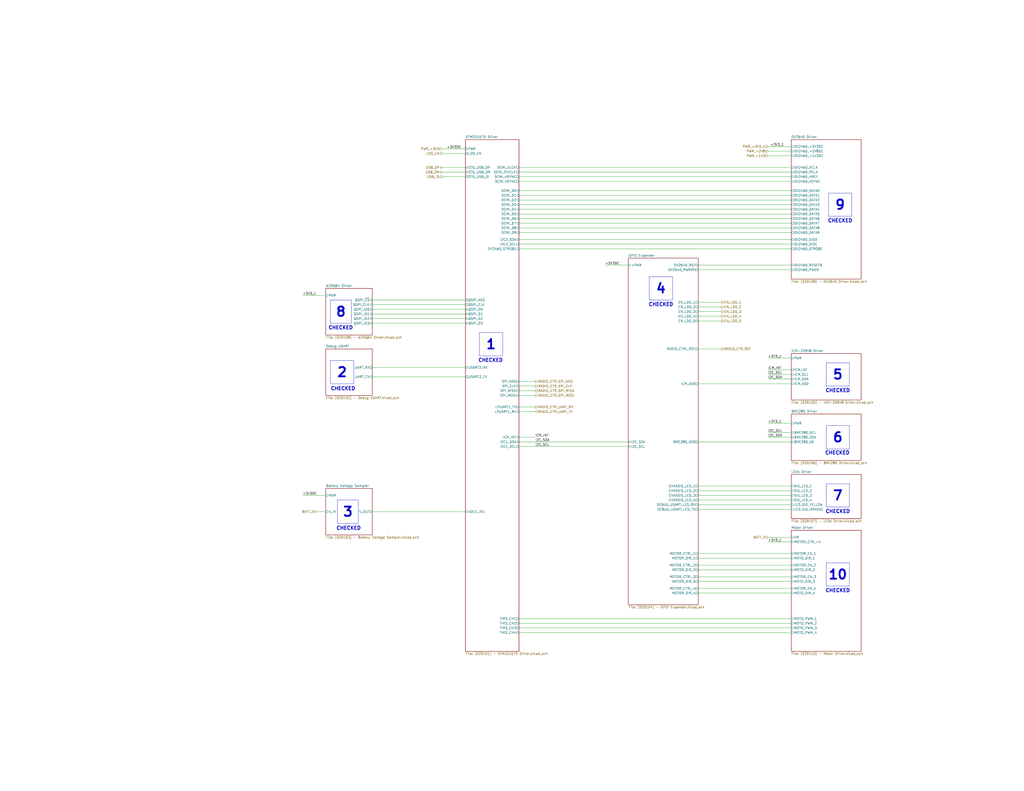
<source format=kicad_sch>
(kicad_sch
	(version 20231120)
	(generator "eeschema")
	(generator_version "8.0")
	(uuid "a042b1f2-44b3-43ca-b526-8268af8e5954")
	(paper "C")
	(title_block
		(title "_HW_Quadcopter")
		(date "2024-03-27")
		(rev "01")
		(company "Mend0z0")
		(comment 1 "01")
		(comment 2 "RELEASED")
		(comment 3 "Siavash Taher Parvar")
		(comment 8 "N/A")
		(comment 9 "First Version")
	)
	(lib_symbols)
	(wire
		(pts
			(xy 381 170.18) (xy 393.7 170.18)
		)
		(stroke
			(width 0)
			(type default)
		)
		(uuid "0391d7b7-e8a2-4b6a-b879-d9ca4650c2db")
	)
	(wire
		(pts
			(xy 381 147.32) (xy 431.8 147.32)
		)
		(stroke
			(width 0)
			(type default)
		)
		(uuid "05df4c11-6933-48d8-92f2-1b872fa95e31")
	)
	(wire
		(pts
			(xy 283.21 133.35) (xy 431.8 133.35)
		)
		(stroke
			(width 0)
			(type default)
		)
		(uuid "0c7fcc01-84a1-4ef5-ad66-fcba27b0f3d0")
	)
	(wire
		(pts
			(xy 283.21 238.76) (xy 292.1 238.76)
		)
		(stroke
			(width 0)
			(type default)
		)
		(uuid "0ccf834d-1fd6-4748-a521-be4652660508")
	)
	(wire
		(pts
			(xy 241.3 91.44) (xy 254 91.44)
		)
		(stroke
			(width 0)
			(type default)
		)
		(uuid "0e572927-bed1-40b7-b0e0-b063f3cc93e7")
	)
	(wire
		(pts
			(xy 419.1 201.93) (xy 431.8 201.93)
		)
		(stroke
			(width 0)
			(type default)
		)
		(uuid "159a2b00-d996-4859-8522-4e6cf7bbc7ea")
	)
	(wire
		(pts
			(xy 283.21 210.82) (xy 292.1 210.82)
		)
		(stroke
			(width 0)
			(type default)
		)
		(uuid "1cb6ecd1-4e46-4269-b14d-fed15ab34912")
	)
	(wire
		(pts
			(xy 283.21 104.14) (xy 431.8 104.14)
		)
		(stroke
			(width 0)
			(type default)
		)
		(uuid "2282fb93-f09f-44e8-a445-98f2f965c8af")
	)
	(wire
		(pts
			(xy 241.3 93.98) (xy 254 93.98)
		)
		(stroke
			(width 0)
			(type default)
		)
		(uuid "233d9d78-bde9-483a-92fe-db5c50350067")
	)
	(wire
		(pts
			(xy 283.21 116.84) (xy 431.8 116.84)
		)
		(stroke
			(width 0)
			(type default)
		)
		(uuid "24abf305-6e26-44de-b441-59766ba672cd")
	)
	(wire
		(pts
			(xy 283.21 215.9) (xy 292.1 215.9)
		)
		(stroke
			(width 0)
			(type default)
		)
		(uuid "2609ba8a-3bfc-4b31-a0a2-a80a4a39774c")
	)
	(wire
		(pts
			(xy 419.1 207.01) (xy 431.8 207.01)
		)
		(stroke
			(width 0)
			(type default)
		)
		(uuid "2862980a-1a46-4694-ab6b-714d61052e21")
	)
	(wire
		(pts
			(xy 330.2 144.78) (xy 342.9 144.78)
		)
		(stroke
			(width 0)
			(type default)
		)
		(uuid "2d4bbef0-aa9c-4261-90ff-c292081328ce")
	)
	(wire
		(pts
			(xy 283.21 91.44) (xy 431.8 91.44)
		)
		(stroke
			(width 0)
			(type default)
		)
		(uuid "2dd7152d-1b98-4a38-abbe-3681c17cb926")
	)
	(wire
		(pts
			(xy 381 273.05) (xy 431.8 273.05)
		)
		(stroke
			(width 0)
			(type default)
		)
		(uuid "31b909e9-8fcd-4399-a9e9-74e1cd84fb49")
	)
	(wire
		(pts
			(xy 283.21 114.3) (xy 431.8 114.3)
		)
		(stroke
			(width 0)
			(type default)
		)
		(uuid "32190952-91d1-4d15-8acf-024915c900ae")
	)
	(wire
		(pts
			(xy 283.21 111.76) (xy 431.8 111.76)
		)
		(stroke
			(width 0)
			(type default)
		)
		(uuid "32a937ae-9ee5-4455-a79b-4d4d2afbe057")
	)
	(wire
		(pts
			(xy 381 144.78) (xy 431.8 144.78)
		)
		(stroke
			(width 0)
			(type default)
		)
		(uuid "340b4515-c7ec-489b-9ab1-e6489140d978")
	)
	(wire
		(pts
			(xy 381 317.5) (xy 431.8 317.5)
		)
		(stroke
			(width 0)
			(type default)
		)
		(uuid "37846498-8934-4a84-8e43-721a85738de0")
	)
	(wire
		(pts
			(xy 381 167.64) (xy 393.7 167.64)
		)
		(stroke
			(width 0)
			(type default)
		)
		(uuid "37ee3c56-2497-4938-a195-a5fc6004d711")
	)
	(wire
		(pts
			(xy 283.21 109.22) (xy 431.8 109.22)
		)
		(stroke
			(width 0)
			(type default)
		)
		(uuid "3b636fb1-03da-473b-8e2c-d7bf8975ee0d")
	)
	(wire
		(pts
			(xy 203.2 173.99) (xy 254 173.99)
		)
		(stroke
			(width 0)
			(type default)
		)
		(uuid "3dd1c527-f9f2-46f8-b83c-cbf0bea48f79")
	)
	(wire
		(pts
			(xy 419.1 85.09) (xy 431.8 85.09)
		)
		(stroke
			(width 0)
			(type default)
		)
		(uuid "3fd4d969-406e-4347-be99-c8e1677f7c37")
	)
	(wire
		(pts
			(xy 172.72 279.4) (xy 177.8 279.4)
		)
		(stroke
			(width 0)
			(type default)
		)
		(uuid "42f00946-72af-4542-9e6f-958943e2528c")
	)
	(wire
		(pts
			(xy 419.1 82.55) (xy 431.8 82.55)
		)
		(stroke
			(width 0)
			(type default)
		)
		(uuid "45b8a1d4-fb94-45f8-aa4e-8e427b5c8603")
	)
	(wire
		(pts
			(xy 381 190.5) (xy 393.7 190.5)
		)
		(stroke
			(width 0)
			(type default)
		)
		(uuid "45b9d3b3-718e-46d9-a9fa-c192b3022df1")
	)
	(wire
		(pts
			(xy 381 172.72) (xy 393.7 172.72)
		)
		(stroke
			(width 0)
			(type default)
		)
		(uuid "45cf62ef-cff3-4ca5-9e9f-f91c75cdded1")
	)
	(wire
		(pts
			(xy 283.21 208.28) (xy 292.1 208.28)
		)
		(stroke
			(width 0)
			(type default)
		)
		(uuid "46901004-fec1-4632-b5af-d0e3ecbfe7c7")
	)
	(wire
		(pts
			(xy 381 278.13) (xy 431.8 278.13)
		)
		(stroke
			(width 0)
			(type default)
		)
		(uuid "521156e7-2aef-43a8-850a-4fe82e2c1941")
	)
	(wire
		(pts
			(xy 419.1 238.76) (xy 431.8 238.76)
		)
		(stroke
			(width 0)
			(type default)
		)
		(uuid "58210d8e-e36d-401b-b5dd-087b5b530e42")
	)
	(wire
		(pts
			(xy 419.1 195.58) (xy 431.8 195.58)
		)
		(stroke
			(width 0)
			(type default)
		)
		(uuid "594ef1bf-5f56-4f2c-90a3-c9caa23db1e7")
	)
	(wire
		(pts
			(xy 381 241.3) (xy 431.8 241.3)
		)
		(stroke
			(width 0)
			(type default)
		)
		(uuid "5b574416-65cd-4715-9a8c-355035b5b15a")
	)
	(wire
		(pts
			(xy 283.21 342.9) (xy 431.8 342.9)
		)
		(stroke
			(width 0)
			(type default)
		)
		(uuid "5c42f8d9-891c-400f-b59b-a9ce19ced130")
	)
	(wire
		(pts
			(xy 241.3 96.52) (xy 254 96.52)
		)
		(stroke
			(width 0)
			(type default)
		)
		(uuid "5cf78186-b1b3-4bf8-ab13-eecbfa4ea511")
	)
	(wire
		(pts
			(xy 283.21 121.92) (xy 431.8 121.92)
		)
		(stroke
			(width 0)
			(type default)
		)
		(uuid "622aebca-2582-4b3c-9b57-6b3ac6559582")
	)
	(wire
		(pts
			(xy 419.1 204.47) (xy 431.8 204.47)
		)
		(stroke
			(width 0)
			(type default)
		)
		(uuid "625d46ba-1608-482f-bf44-decf3e372c42")
	)
	(wire
		(pts
			(xy 241.3 83.82) (xy 254 83.82)
		)
		(stroke
			(width 0)
			(type default)
		)
		(uuid "66c4ab7d-7490-4f08-be34-a371cae7a08c")
	)
	(wire
		(pts
			(xy 419.1 231.14) (xy 431.8 231.14)
		)
		(stroke
			(width 0)
			(type default)
		)
		(uuid "71c8e92b-72d3-44d5-b9ec-4dd372b3d2a5")
	)
	(wire
		(pts
			(xy 283.21 106.68) (xy 431.8 106.68)
		)
		(stroke
			(width 0)
			(type default)
		)
		(uuid "721192de-1d0e-43aa-bdff-43a678506e57")
	)
	(wire
		(pts
			(xy 283.21 96.52) (xy 431.8 96.52)
		)
		(stroke
			(width 0)
			(type default)
		)
		(uuid "7304feac-91a8-4c18-8d8b-6f669f0adb8d")
	)
	(wire
		(pts
			(xy 283.21 119.38) (xy 431.8 119.38)
		)
		(stroke
			(width 0)
			(type default)
		)
		(uuid "83bcb88f-df24-447c-8f28-a4ac9a421b3a")
	)
	(wire
		(pts
			(xy 381 265.43) (xy 431.8 265.43)
		)
		(stroke
			(width 0)
			(type default)
		)
		(uuid "87625a0d-86ec-4bef-9a20-41a460c72353")
	)
	(wire
		(pts
			(xy 381 270.51) (xy 431.8 270.51)
		)
		(stroke
			(width 0)
			(type default)
		)
		(uuid "8caecbf1-7238-4bf0-bf2d-35ab1f318dcd")
	)
	(wire
		(pts
			(xy 381 165.1) (xy 393.7 165.1)
		)
		(stroke
			(width 0)
			(type default)
		)
		(uuid "8df277c7-4b07-4155-bb5a-26d8faed3781")
	)
	(wire
		(pts
			(xy 381 323.85) (xy 431.8 323.85)
		)
		(stroke
			(width 0)
			(type default)
		)
		(uuid "93d664c8-4d26-47d3-a39d-00450521cd33")
	)
	(wire
		(pts
			(xy 165.1 270.51) (xy 177.8 270.51)
		)
		(stroke
			(width 0)
			(type default)
		)
		(uuid "9844b852-54d8-4239-a24d-9deeafb3eb69")
	)
	(wire
		(pts
			(xy 165.1 161.29) (xy 177.8 161.29)
		)
		(stroke
			(width 0)
			(type default)
		)
		(uuid "adb3c7ac-cc31-4fc8-87e5-328694354c05")
	)
	(wire
		(pts
			(xy 283.21 243.84) (xy 342.9 243.84)
		)
		(stroke
			(width 0)
			(type default)
		)
		(uuid "b13c8562-40b6-43ac-8aad-dfe7fde091ef")
	)
	(wire
		(pts
			(xy 203.2 200.66) (xy 254 200.66)
		)
		(stroke
			(width 0)
			(type default)
		)
		(uuid "b227c2f7-4f44-4809-94f4-197ba19a6390")
	)
	(wire
		(pts
			(xy 283.21 99.06) (xy 431.8 99.06)
		)
		(stroke
			(width 0)
			(type default)
		)
		(uuid "b758d2fe-ee8b-4ee3-94ea-763d476644d1")
	)
	(wire
		(pts
			(xy 381 302.26) (xy 431.8 302.26)
		)
		(stroke
			(width 0)
			(type default)
		)
		(uuid "b7891eb6-afbb-41d7-9c91-4daf304796a2")
	)
	(wire
		(pts
			(xy 381 267.97) (xy 431.8 267.97)
		)
		(stroke
			(width 0)
			(type default)
		)
		(uuid "b98f84f4-f9b0-4861-853d-86b8c4010dfd")
	)
	(wire
		(pts
			(xy 283.21 130.81) (xy 431.8 130.81)
		)
		(stroke
			(width 0)
			(type default)
		)
		(uuid "b9fb289a-5d57-48d4-8e2a-c2633e63f4d9")
	)
	(wire
		(pts
			(xy 283.21 224.79) (xy 292.1 224.79)
		)
		(stroke
			(width 0)
			(type default)
		)
		(uuid "bd98014b-e3f4-4084-b826-a8c160869f33")
	)
	(wire
		(pts
			(xy 283.21 337.82) (xy 431.8 337.82)
		)
		(stroke
			(width 0)
			(type default)
		)
		(uuid "bf0246d9-e150-43e7-b6ce-fce5dc7f48c6")
	)
	(wire
		(pts
			(xy 381 209.55) (xy 431.8 209.55)
		)
		(stroke
			(width 0)
			(type default)
		)
		(uuid "bfdd9c66-a41c-4c7f-83fa-3051ef14373d")
	)
	(wire
		(pts
			(xy 203.2 168.91) (xy 254 168.91)
		)
		(stroke
			(width 0)
			(type default)
		)
		(uuid "c363ad69-254a-4b50-ac67-a0f36ea07196")
	)
	(wire
		(pts
			(xy 381 321.31) (xy 431.8 321.31)
		)
		(stroke
			(width 0)
			(type default)
		)
		(uuid "c41e8e3a-404f-475d-ac16-e62e138d4f72")
	)
	(wire
		(pts
			(xy 203.2 205.74) (xy 254 205.74)
		)
		(stroke
			(width 0)
			(type default)
		)
		(uuid "c7ec565f-a042-4043-b903-b20dea69c513")
	)
	(wire
		(pts
			(xy 381 311.15) (xy 431.8 311.15)
		)
		(stroke
			(width 0)
			(type default)
		)
		(uuid "c8913952-ca13-407a-a8a7-6f91b5eba69d")
	)
	(wire
		(pts
			(xy 283.21 345.44) (xy 431.8 345.44)
		)
		(stroke
			(width 0)
			(type default)
		)
		(uuid "c8ebb576-d576-444b-bbfd-30eafb28fa67")
	)
	(wire
		(pts
			(xy 203.2 166.37) (xy 254 166.37)
		)
		(stroke
			(width 0)
			(type default)
		)
		(uuid "c9901e23-4189-478f-9695-5eafe417f28a")
	)
	(wire
		(pts
			(xy 203.2 163.83) (xy 254 163.83)
		)
		(stroke
			(width 0)
			(type default)
		)
		(uuid "ce0685da-6d15-4485-8f24-8511e13cfc31")
	)
	(wire
		(pts
			(xy 283.21 93.98) (xy 431.8 93.98)
		)
		(stroke
			(width 0)
			(type default)
		)
		(uuid "cf0e0746-75d0-4e9e-9dc7-0243ceffd078")
	)
	(wire
		(pts
			(xy 381 304.8) (xy 431.8 304.8)
		)
		(stroke
			(width 0)
			(type default)
		)
		(uuid "d1d77aaf-5986-4d6d-95b4-ae49717ba11e")
	)
	(wire
		(pts
			(xy 283.21 241.3) (xy 342.9 241.3)
		)
		(stroke
			(width 0)
			(type default)
		)
		(uuid "d3da8ef2-4cdf-4f4f-8e98-246da4161668")
	)
	(wire
		(pts
			(xy 381 308.61) (xy 431.8 308.61)
		)
		(stroke
			(width 0)
			(type default)
		)
		(uuid "d8fbb580-f648-44ea-bfb8-bf035be0ee9a")
	)
	(wire
		(pts
			(xy 381 314.96) (xy 431.8 314.96)
		)
		(stroke
			(width 0)
			(type default)
		)
		(uuid "dde45e16-8fd7-4b61-876c-81cbadac0ea7")
	)
	(wire
		(pts
			(xy 381 175.26) (xy 393.7 175.26)
		)
		(stroke
			(width 0)
			(type default)
		)
		(uuid "e04efef8-6410-4be3-8e3a-88ee005147c0")
	)
	(wire
		(pts
			(xy 283.21 213.36) (xy 292.1 213.36)
		)
		(stroke
			(width 0)
			(type default)
		)
		(uuid "e0c78acb-14d5-4bcb-9cc1-6331559061f8")
	)
	(wire
		(pts
			(xy 419.1 293.37) (xy 431.8 293.37)
		)
		(stroke
			(width 0)
			(type default)
		)
		(uuid "e22bfc92-5579-4e86-a9de-f4f0149b40c1")
	)
	(wire
		(pts
			(xy 283.21 124.46) (xy 431.8 124.46)
		)
		(stroke
			(width 0)
			(type default)
		)
		(uuid "e5cf0b73-29a1-47e8-b048-d84aa433534a")
	)
	(wire
		(pts
			(xy 419.1 295.91) (xy 431.8 295.91)
		)
		(stroke
			(width 0)
			(type default)
		)
		(uuid "e6c366a2-6276-4f16-8d3d-44a62762f917")
	)
	(wire
		(pts
			(xy 203.2 279.4) (xy 254 279.4)
		)
		(stroke
			(width 0)
			(type default)
		)
		(uuid "e7322cb1-cdc9-4f0a-bdb0-643cda641c77")
	)
	(wire
		(pts
			(xy 419.1 236.22) (xy 431.8 236.22)
		)
		(stroke
			(width 0)
			(type default)
		)
		(uuid "eb487746-dad9-4168-922e-81215d086b73")
	)
	(wire
		(pts
			(xy 419.1 80.01) (xy 431.8 80.01)
		)
		(stroke
			(width 0)
			(type default)
		)
		(uuid "ed3a4a0d-7337-401e-9b1d-3b68602d51cd")
	)
	(wire
		(pts
			(xy 283.21 340.36) (xy 431.8 340.36)
		)
		(stroke
			(width 0)
			(type default)
		)
		(uuid "f32ee8b5-705d-42d1-b33a-46395e5d342c")
	)
	(wire
		(pts
			(xy 203.2 171.45) (xy 254 171.45)
		)
		(stroke
			(width 0)
			(type default)
		)
		(uuid "f413a649-fe02-4cb7-9d7a-64cbd1f16920")
	)
	(wire
		(pts
			(xy 203.2 176.53) (xy 254 176.53)
		)
		(stroke
			(width 0)
			(type default)
		)
		(uuid "f62b743a-1198-4d9d-acd5-23596a0a0e6e")
	)
	(wire
		(pts
			(xy 381 275.59) (xy 431.8 275.59)
		)
		(stroke
			(width 0)
			(type default)
		)
		(uuid "f7a76bea-084f-4d7e-a82d-9a8fb19f3e1c")
	)
	(wire
		(pts
			(xy 241.3 81.28) (xy 254 81.28)
		)
		(stroke
			(width 0)
			(type default)
		)
		(uuid "f85398a6-f500-4b5b-a9e4-75729117ce9b")
	)
	(wire
		(pts
			(xy 283.21 127) (xy 431.8 127)
		)
		(stroke
			(width 0)
			(type default)
		)
		(uuid "f8adfee1-b96e-4905-b8ed-a8de9669bcbf")
	)
	(wire
		(pts
			(xy 283.21 222.25) (xy 292.1 222.25)
		)
		(stroke
			(width 0)
			(type default)
		)
		(uuid "f9db8baa-8fae-48cc-b29d-fb6233d7a880")
	)
	(wire
		(pts
			(xy 283.21 135.89) (xy 431.8 135.89)
		)
		(stroke
			(width 0)
			(type default)
		)
		(uuid "fbe791cd-c5ef-4287-bfa6-46fc4bd52231")
	)
	(text_box "2"
		(exclude_from_sim no)
		(at 180.34 196.85 0)
		(size 12.7 12.7)
		(stroke
			(width 0)
			(type default)
		)
		(fill
			(type none)
		)
		(effects
			(font
				(size 5.08 5.08)
				(thickness 1.016)
				(bold yes)
			)
		)
		(uuid "22c11d91-2b9d-4a9b-8683-eb2b18cbc842")
	)
	(text_box "5"
		(exclude_from_sim no)
		(at 450.85 198.12 0)
		(size 12.7 12.7)
		(stroke
			(width 0)
			(type default)
		)
		(fill
			(type none)
		)
		(effects
			(font
				(size 5.08 5.08)
				(thickness 1.016)
				(bold yes)
			)
		)
		(uuid "8b12ae0a-a472-4912-94f6-203be66d2329")
	)
	(text_box "10"
		(exclude_from_sim no)
		(at 450.85 307.34 0)
		(size 12.7 12.7)
		(stroke
			(width 0)
			(type default)
		)
		(fill
			(type none)
		)
		(effects
			(font
				(size 5.08 5.08)
				(thickness 1.016)
				(bold yes)
			)
		)
		(uuid "9efde092-497a-448c-9cf4-d18f9dd011c3")
	)
	(text_box "9"
		(exclude_from_sim no)
		(at 452.12 105.41 0)
		(size 12.7 12.7)
		(stroke
			(width 0)
			(type default)
		)
		(fill
			(type none)
		)
		(effects
			(font
				(size 5.08 5.08)
				(thickness 1.016)
				(bold yes)
			)
		)
		(uuid "a65f60c8-dbcd-45b5-8767-8cf8288db5cd")
	)
	(text_box "1"
		(exclude_from_sim no)
		(at 261.62 181.61 0)
		(size 12.7 12.7)
		(stroke
			(width 0)
			(type default)
		)
		(fill
			(type none)
		)
		(effects
			(font
				(size 5.08 5.08)
				(thickness 1.016)
				(bold yes)
			)
		)
		(uuid "b7952802-61d4-4aca-8726-7c165ca78347")
	)
	(text_box "4"
		(exclude_from_sim no)
		(at 354.33 151.13 0)
		(size 12.7 12.7)
		(stroke
			(width 0)
			(type default)
		)
		(fill
			(type none)
		)
		(effects
			(font
				(size 5.08 5.08)
				(thickness 1.016)
				(bold yes)
			)
		)
		(uuid "cdb07b9e-d28d-4315-bf5c-521c8fd173e4")
	)
	(text_box "6"
		(exclude_from_sim no)
		(at 450.85 232.41 0)
		(size 12.7 12.7)
		(stroke
			(width 0)
			(type default)
		)
		(fill
			(type none)
		)
		(effects
			(font
				(size 5.08 5.08)
				(thickness 1.016)
				(bold yes)
			)
		)
		(uuid "d5aa30ec-e528-4c75-a673-b04b683813e8")
	)
	(text_box "8"
		(exclude_from_sim no)
		(at 180.34 163.83 0)
		(size 11.43 12.7)
		(stroke
			(width 0)
			(type default)
		)
		(fill
			(type none)
		)
		(effects
			(font
				(size 5.08 5.08)
				(thickness 1.016)
				(bold yes)
			)
		)
		(uuid "df59353d-8e78-4438-ae5b-c68a2bbeca18")
	)
	(text_box "3"
		(exclude_from_sim no)
		(at 184.15 273.05 0)
		(size 11.43 12.7)
		(stroke
			(width 0)
			(type default)
		)
		(fill
			(type none)
		)
		(effects
			(font
				(size 5.08 5.08)
				(thickness 1.016)
				(bold yes)
			)
		)
		(uuid "e94d2b75-8c7b-4ab1-b9db-1c21d4f65b8b")
	)
	(text_box "7"
		(exclude_from_sim no)
		(at 450.85 264.16 0)
		(size 12.7 12.7)
		(stroke
			(width 0)
			(type default)
		)
		(fill
			(type none)
		)
		(effects
			(font
				(size 5.08 5.08)
				(thickness 1.016)
				(bold yes)
			)
		)
		(uuid "e98305f1-f4f0-44a3-9032-5493d5484f2e")
	)
	(text "CHECKED"
		(exclude_from_sim no)
		(at 185.928 179.07 0)
		(effects
			(font
				(size 1.905 1.905)
				(thickness 0.381)
				(bold yes)
			)
		)
		(uuid "34bd50a4-385f-408c-b94a-e6878a9c868c")
	)
	(text "CHECKED"
		(exclude_from_sim no)
		(at 190.246 288.544 0)
		(effects
			(font
				(size 1.905 1.905)
				(thickness 0.381)
				(bold yes)
			)
		)
		(uuid "3663af88-8e20-4f1c-86f0-a49b06d68e96")
	)
	(text "CHECKED"
		(exclude_from_sim no)
		(at 187.198 212.344 0)
		(effects
			(font
				(size 1.905 1.905)
				(thickness 0.381)
				(bold yes)
			)
		)
		(uuid "423e5760-1f2b-4274-ae12-fc211821a399")
	)
	(text "CHECKED"
		(exclude_from_sim no)
		(at 457.2 213.36 0)
		(effects
			(font
				(size 1.905 1.905)
				(thickness 0.381)
				(bold yes)
			)
		)
		(uuid "645a13e3-6ac4-455e-a531-9113863e0217")
	)
	(text "CHECKED"
		(exclude_from_sim no)
		(at 360.68 166.37 0)
		(effects
			(font
				(size 1.905 1.905)
				(thickness 0.381)
				(bold yes)
			)
		)
		(uuid "6db65b0d-d5a5-4c1a-a7bc-e40269025d2f")
	)
	(text "CHECKED"
		(exclude_from_sim no)
		(at 457.2 322.58 0)
		(effects
			(font
				(size 1.905 1.905)
				(thickness 0.381)
				(bold yes)
			)
		)
		(uuid "8607373c-54bc-4e96-b541-a879bedf499a")
	)
	(text "CHECKED"
		(exclude_from_sim no)
		(at 456.946 247.396 0)
		(effects
			(font
				(size 1.905 1.905)
				(thickness 0.381)
				(bold yes)
			)
		)
		(uuid "ac3ebd65-c0f8-41a7-bee0-b3c6c528cf21")
	)
	(text "CHECKED"
		(exclude_from_sim no)
		(at 267.716 196.85 0)
		(effects
			(font
				(size 1.905 1.905)
				(thickness 0.381)
				(bold yes)
			)
		)
		(uuid "c8b0b520-d547-4cad-ba79-c02e4ba4d17c")
	)
	(text "CHECKED"
		(exclude_from_sim no)
		(at 458.47 120.65 0)
		(effects
			(font
				(size 1.905 1.905)
				(thickness 0.381)
				(bold yes)
			)
		)
		(uuid "e566a11e-2476-4515-93ee-a6b9bde74169")
	)
	(text "CHECKED"
		(exclude_from_sim no)
		(at 457.2 279.4 0)
		(effects
			(font
				(size 1.905 1.905)
				(thickness 0.381)
				(bold yes)
			)
		)
		(uuid "e92ad84b-89bf-4d95-9d9a-62b659dd511f")
	)
	(label "+3V3_1"
		(at 419.1 195.58 0)
		(fields_autoplaced yes)
		(effects
			(font
				(size 1.27 1.27)
			)
			(justify left bottom)
		)
		(uuid "07fe95e9-e3ec-49b3-86f8-db4b3f7afb8c")
	)
	(label "+3V3_1"
		(at 419.1 231.14 0)
		(fields_autoplaced yes)
		(effects
			(font
				(size 1.27 1.27)
			)
			(justify left bottom)
		)
		(uuid "1c807f11-7a46-4796-86b6-4f82848fb6c3")
	)
	(label "I2C_SCL"
		(at 292.1 243.84 0)
		(fields_autoplaced yes)
		(effects
			(font
				(size 1.27 1.27)
			)
			(justify left bottom)
		)
		(uuid "2cc913e4-e2a7-4051-9958-e70f64eee91c")
	)
	(label "ICM_INT"
		(at 419.1 201.93 0)
		(fields_autoplaced yes)
		(effects
			(font
				(size 1.27 1.27)
			)
			(justify left bottom)
		)
		(uuid "2ff741e9-0002-4a7a-8640-993ea77141e3")
	)
	(label "+3V3DC"
		(at 330.2 144.78 0)
		(fields_autoplaced yes)
		(effects
			(font
				(size 1.27 1.27)
			)
			(justify left bottom)
		)
		(uuid "415de365-3faa-4d89-ab83-74a9fc3c5445")
	)
	(label "I2C_SCL"
		(at 419.1 236.22 0)
		(fields_autoplaced yes)
		(effects
			(font
				(size 1.27 1.27)
			)
			(justify left bottom)
		)
		(uuid "440334b1-d90e-4cca-8019-abb3f30fa573")
	)
	(label "+3V3_1"
		(at 165.1 161.29 0)
		(fields_autoplaced yes)
		(effects
			(font
				(size 1.27 1.27)
			)
			(justify left bottom)
		)
		(uuid "74809ea0-bf4a-4bbc-a6eb-fe02aa63ef0c")
	)
	(label "I2C_SDA"
		(at 292.1 241.3 0)
		(fields_autoplaced yes)
		(effects
			(font
				(size 1.27 1.27)
			)
			(justify left bottom)
		)
		(uuid "8593bb7a-d674-4baf-a9ac-6b03ec210c50")
	)
	(label "I2C_SDA"
		(at 419.1 207.01 0)
		(fields_autoplaced yes)
		(effects
			(font
				(size 1.27 1.27)
			)
			(justify left bottom)
		)
		(uuid "992c3745-cfe3-4b61-a6e2-737b9290d6a7")
	)
	(label "+3V3DC"
		(at 165.1 270.51 0)
		(fields_autoplaced yes)
		(effects
			(font
				(size 1.27 1.27)
			)
			(justify left bottom)
		)
		(uuid "a7dc5e34-dbe5-4167-b9ed-5061dd2b1b32")
	)
	(label "+3V3_1"
		(at 419.1 295.91 0)
		(fields_autoplaced yes)
		(effects
			(font
				(size 1.27 1.27)
			)
			(justify left bottom)
		)
		(uuid "ab6b55f0-facf-4eba-9031-305a5aa3d7a5")
	)
	(label "+3V3DC"
		(at 243.84 81.28 0)
		(fields_autoplaced yes)
		(effects
			(font
				(size 1.27 1.27)
			)
			(justify left bottom)
		)
		(uuid "b0c88b89-a816-4a05-9b5b-a25deb6fba76")
	)
	(label "I2C_SCL"
		(at 419.1 204.47 0)
		(fields_autoplaced yes)
		(effects
			(font
				(size 1.27 1.27)
			)
			(justify left bottom)
		)
		(uuid "d281659d-cf65-4184-9e3b-d8b79ff1f644")
	)
	(label "ICM_INT"
		(at 292.1 238.76 0)
		(fields_autoplaced yes)
		(effects
			(font
				(size 1.27 1.27)
			)
			(justify left bottom)
		)
		(uuid "dd5e62cc-dacc-4475-8b72-662a88365760")
	)
	(label "I2C_SDA"
		(at 419.1 238.76 0)
		(fields_autoplaced yes)
		(effects
			(font
				(size 1.27 1.27)
			)
			(justify left bottom)
		)
		(uuid "f1c20b89-f22e-4e4b-8c53-71dbc1a6634d")
	)
	(label "+3V3_1"
		(at 420.37 80.01 0)
		(fields_autoplaced yes)
		(effects
			(font
				(size 1.27 1.27)
			)
			(justify left bottom)
		)
		(uuid "facc34e7-25db-4656-8e62-975c056a8e53")
	)
	(hierarchical_label "RADIO_CTR_SPI_NSS"
		(shape output)
		(at 292.1 208.28 0)
		(fields_autoplaced yes)
		(effects
			(font
				(size 1.27 1.27)
			)
			(justify left)
		)
		(uuid "01233956-6c46-426d-b68e-23459816a05b")
	)
	(hierarchical_label "RADIO_CTR_SPI_MISO"
		(shape input)
		(at 292.1 213.36 0)
		(fields_autoplaced yes)
		(effects
			(font
				(size 1.27 1.27)
			)
			(justify left)
		)
		(uuid "042aabe4-2b99-4f3e-9428-cbb30bbcf92f")
	)
	(hierarchical_label "USB_DP"
		(shape bidirectional)
		(at 241.3 91.44 180)
		(fields_autoplaced yes)
		(effects
			(font
				(size 1.27 1.27)
			)
			(justify right)
		)
		(uuid "10ecdbda-5d1c-4e93-b3a3-cbc2733d7104")
	)
	(hierarchical_label "RADIO_CTR_SPI_MOSI"
		(shape output)
		(at 292.1 215.9 0)
		(fields_autoplaced yes)
		(effects
			(font
				(size 1.27 1.27)
			)
			(justify left)
		)
		(uuid "1d9d5ad2-d2a4-4283-b872-f26898302b77")
	)
	(hierarchical_label "PWR_+3V3"
		(shape input)
		(at 241.3 81.28 180)
		(fields_autoplaced yes)
		(effects
			(font
				(size 1.27 1.27)
			)
			(justify right)
		)
		(uuid "2eb75a7b-c074-4a63-8240-4b2216fd29fb")
	)
	(hierarchical_label "USB_DM"
		(shape bidirectional)
		(at 241.3 93.98 180)
		(fields_autoplaced yes)
		(effects
			(font
				(size 1.27 1.27)
			)
			(justify right)
		)
		(uuid "352e634d-a718-418e-a2c2-d7b4c31906de")
	)
	(hierarchical_label "EN_LDO_5"
		(shape output)
		(at 393.7 175.26 0)
		(fields_autoplaced yes)
		(effects
			(font
				(size 1.27 1.27)
			)
			(justify left)
		)
		(uuid "3881d3b7-d592-46f1-8fe2-959d4565bf5f")
	)
	(hierarchical_label "RADIO_CTR_UART_TX"
		(shape input)
		(at 292.1 224.79 0)
		(fields_autoplaced yes)
		(effects
			(font
				(size 1.27 1.27)
			)
			(justify left)
		)
		(uuid "3fe4366c-401d-4652-a233-cdadad2376e9")
	)
	(hierarchical_label "BATT_V"
		(shape input)
		(at 419.1 293.37 180)
		(fields_autoplaced yes)
		(effects
			(font
				(size 1.27 1.27)
			)
			(justify right)
		)
		(uuid "46f21570-6acf-41d5-aae7-6994a13109b0")
	)
	(hierarchical_label "USB_ID"
		(shape output)
		(at 241.3 96.52 180)
		(fields_autoplaced yes)
		(effects
			(font
				(size 1.27 1.27)
			)
			(justify right)
		)
		(uuid "4eb60121-7f6c-4fef-9fa9-6e605cb59ba9")
	)
	(hierarchical_label "EN_LDO_1"
		(shape output)
		(at 393.7 165.1 0)
		(fields_autoplaced yes)
		(effects
			(font
				(size 1.27 1.27)
			)
			(justify left)
		)
		(uuid "57977fdd-7e65-4dfb-a940-41d9349a24ae")
	)
	(hierarchical_label "BATT_V"
		(shape input)
		(at 172.72 279.4 180)
		(fields_autoplaced yes)
		(effects
			(font
				(size 1.27 1.27)
			)
			(justify right)
		)
		(uuid "58fc2eb4-9eaf-4d58-93b2-5b2c6b599052")
	)
	(hierarchical_label "EN_LDO_2"
		(shape output)
		(at 393.7 167.64 0)
		(fields_autoplaced yes)
		(effects
			(font
				(size 1.27 1.27)
			)
			(justify left)
		)
		(uuid "5905fb4f-2fa3-4c81-97f5-a4b40b4d5f9e")
	)
	(hierarchical_label "PWR_+3V3_1"
		(shape input)
		(at 419.1 80.01 180)
		(fields_autoplaced yes)
		(effects
			(font
				(size 1.27 1.27)
			)
			(justify right)
		)
		(uuid "67ea35da-4cf6-4711-a6f1-f7156d7df33f")
	)
	(hierarchical_label "PWR_+1V3"
		(shape input)
		(at 419.1 85.09 180)
		(fields_autoplaced yes)
		(effects
			(font
				(size 1.27 1.27)
			)
			(justify right)
		)
		(uuid "72e486c5-7cb1-4718-a7cc-36ff77f3e731")
	)
	(hierarchical_label "EN_LDO_3"
		(shape output)
		(at 393.7 170.18 0)
		(fields_autoplaced yes)
		(effects
			(font
				(size 1.27 1.27)
			)
			(justify left)
		)
		(uuid "76f0115d-7a2a-4f8e-a963-6fd17f68af0d")
	)
	(hierarchical_label "RADIO_CTR_UART_RX"
		(shape output)
		(at 292.1 222.25 0)
		(fields_autoplaced yes)
		(effects
			(font
				(size 1.27 1.27)
			)
			(justify left)
		)
		(uuid "88e694e0-32f0-4e08-875e-2f0e822b44a5")
	)
	(hierarchical_label "RADIO_CTR_RST"
		(shape output)
		(at 393.7 190.5 0)
		(fields_autoplaced yes)
		(effects
			(font
				(size 1.27 1.27)
			)
			(justify left)
		)
		(uuid "952b1322-a7ad-4221-85bd-cab2c2dfd608")
	)
	(hierarchical_label "EN_LDO_4"
		(shape output)
		(at 393.7 172.72 0)
		(fields_autoplaced yes)
		(effects
			(font
				(size 1.27 1.27)
			)
			(justify left)
		)
		(uuid "a4ba7727-cd5c-4181-9325-bd7151f1bf74")
	)
	(hierarchical_label "PWR_+2V8"
		(shape input)
		(at 419.1 82.55 180)
		(fields_autoplaced yes)
		(effects
			(font
				(size 1.27 1.27)
			)
			(justify right)
		)
		(uuid "c5610668-6bf6-463d-87ae-5cfcdeb19d2c")
	)
	(hierarchical_label "LDO_EN"
		(shape output)
		(at 241.3 83.82 180)
		(fields_autoplaced yes)
		(effects
			(font
				(size 1.27 1.27)
			)
			(justify right)
		)
		(uuid "cb0a26b8-308f-4d91-90cc-60993d78784a")
	)
	(hierarchical_label "RADIO_CTR_SPI_CLK"
		(shape output)
		(at 292.1 210.82 0)
		(fields_autoplaced yes)
		(effects
			(font
				(size 1.27 1.27)
			)
			(justify left)
		)
		(uuid "f6aafd0c-72e9-4944-bdd3-b11c60957618")
	)
	(sheet
		(at 431.8 259.08)
		(size 38.1 24.13)
		(fields_autoplaced yes)
		(stroke
			(width 0.1524)
			(type solid)
		)
		(fill
			(color 0 0 0 0.0000)
		)
		(uuid "18b6f30a-cfd9-47dd-912b-fd9e3d81f3b7")
		(property "Sheetname" "LEDs Driver"
			(at 431.8 258.3684 0)
			(effects
				(font
					(size 1.27 1.27)
				)
				(justify left bottom)
			)
		)
		(property "Sheetfile" "[020107] - LEDs Driver.kicad_sch"
			(at 431.8 283.7946 0)
			(effects
				(font
					(size 1.27 1.27)
				)
				(justify left top)
			)
		)
		(pin "LED_SIG_ORANGE" input
			(at 431.8 278.13 180)
			(effects
				(font
					(size 1.27 1.27)
				)
				(justify left)
			)
			(uuid "a3d174d4-9b19-4bff-a0ef-38d3c38795b6")
		)
		(pin "SIG_LED_4" input
			(at 431.8 273.05 180)
			(effects
				(font
					(size 1.27 1.27)
				)
				(justify left)
			)
			(uuid "73150188-89ff-41d6-821d-860cbb7894fc")
		)
		(pin "SIG_LED_1" input
			(at 431.8 265.43 180)
			(effects
				(font
					(size 1.27 1.27)
				)
				(justify left)
			)
			(uuid "a0b651f1-74dd-4ccb-96b2-cb310af108e1")
		)
		(pin "SIG_LED_2" input
			(at 431.8 267.97 180)
			(effects
				(font
					(size 1.27 1.27)
				)
				(justify left)
			)
			(uuid "d118074c-5903-40fc-9464-f3335c6748b8")
		)
		(pin "SIG_LED_3" input
			(at 431.8 270.51 180)
			(effects
				(font
					(size 1.27 1.27)
				)
				(justify left)
			)
			(uuid "63c43014-536a-47a4-8b0e-8fa143560a87")
		)
		(pin "LED_SIG_YELLOW" input
			(at 431.8 275.59 180)
			(effects
				(font
					(size 1.27 1.27)
				)
				(justify left)
			)
			(uuid "1f0bc9b1-98e6-434c-a638-1d704356c63a")
		)
		(instances
			(project "_Sub_HW_Qcopter"
				(path "/b8703f06-b3da-4de2-b217-f104939b36e8/6184e84e-040e-4878-8152-76cf0b949e21/e826979f-4a88-401c-bba5-a1c30231907a"
					(page "14")
				)
			)
		)
	)
	(sheet
		(at 431.8 76.2)
		(size 38.1 76.2)
		(fields_autoplaced yes)
		(stroke
			(width 0.1524)
			(type solid)
		)
		(fill
			(color 0 0 0 0.0000)
		)
		(uuid "29d1a133-3303-4c4b-88c1-f88fdc03d51b")
		(property "Sheetname" "OV2640 Driver"
			(at 431.8 75.4884 0)
			(effects
				(font
					(size 1.27 1.27)
				)
				(justify left bottom)
			)
		)
		(property "Sheetfile" "[020109] - OV2640 Driver.kicad_sch"
			(at 431.8 152.9846 0)
			(effects
				(font
					(size 1.27 1.27)
				)
				(justify left top)
			)
		)
		(pin "OV2460_XCLK" input
			(at 431.8 91.44 180)
			(effects
				(font
					(size 1.27 1.27)
				)
				(justify left)
			)
			(uuid "ee0205a4-9bce-4ccd-a0d8-6056afc3b571")
		)
		(pin "OV2460_PCLK" input
			(at 431.8 93.98 180)
			(effects
				(font
					(size 1.27 1.27)
				)
				(justify left)
			)
			(uuid "fb9fb0d7-2b69-4208-b114-bcea3cc06104")
		)
		(pin "OV2460_SIOC" input
			(at 431.8 133.35 180)
			(effects
				(font
					(size 1.27 1.27)
				)
				(justify left)
			)
			(uuid "ea92b467-118c-4b2f-9a77-c5a65a3b53f5")
		)
		(pin "OV2460_SIOD" bidirectional
			(at 431.8 130.81 180)
			(effects
				(font
					(size 1.27 1.27)
				)
				(justify left)
			)
			(uuid "94c8c712-2e62-485f-ab14-c366b569d4f8")
		)
		(pin "OV2460_RESETB" input
			(at 431.8 144.78 180)
			(effects
				(font
					(size 1.27 1.27)
				)
				(justify left)
			)
			(uuid "5202cfcd-d0fe-456a-b65d-ab2f9052bd58")
		)
		(pin "OV2460_HREF" input
			(at 431.8 96.52 180)
			(effects
				(font
					(size 1.27 1.27)
				)
				(justify left)
			)
			(uuid "ed641165-96bc-49bc-9e53-d491d8ae447d")
		)
		(pin "OV2460_VSYNC" input
			(at 431.8 99.06 180)
			(effects
				(font
					(size 1.27 1.27)
				)
				(justify left)
			)
			(uuid "2893ed3d-bd0d-44fd-990f-604bd7105ddc")
		)
		(pin "OV2460_PWDN" input
			(at 431.8 147.32 180)
			(effects
				(font
					(size 1.27 1.27)
				)
				(justify left)
			)
			(uuid "c48fa15c-abc4-4613-a0f3-82ddbb69fa9a")
		)
		(pin "OV2460_STROBE" output
			(at 431.8 135.89 180)
			(effects
				(font
					(size 1.27 1.27)
				)
				(justify left)
			)
			(uuid "d2a9cd3d-9f4f-4e69-b7ce-731e797c387d")
		)
		(pin "OV2460_DATA0" output
			(at 431.8 104.14 180)
			(effects
				(font
					(size 1.27 1.27)
				)
				(justify left)
			)
			(uuid "a68c274f-7530-4fd6-9727-7b00bb7748b5")
		)
		(pin "OV2460_DATA2" output
			(at 431.8 109.22 180)
			(effects
				(font
					(size 1.27 1.27)
				)
				(justify left)
			)
			(uuid "2bad355d-6ade-4db7-bf2b-9426ee842b81")
		)
		(pin "OV2460_DATA3" output
			(at 431.8 111.76 180)
			(effects
				(font
					(size 1.27 1.27)
				)
				(justify left)
			)
			(uuid "0dd57d5e-e877-4dd2-9345-6fd71eb3f235")
		)
		(pin "OV2460_DATA1" output
			(at 431.8 106.68 180)
			(effects
				(font
					(size 1.27 1.27)
				)
				(justify left)
			)
			(uuid "90013d63-c639-4952-95ae-be6fd5819118")
		)
		(pin "OV2460_DATA5" output
			(at 431.8 116.84 180)
			(effects
				(font
					(size 1.27 1.27)
				)
				(justify left)
			)
			(uuid "e70959bc-4048-4c5c-8a00-3d513c2765f3")
		)
		(pin "OV2460_DATA4" output
			(at 431.8 114.3 180)
			(effects
				(font
					(size 1.27 1.27)
				)
				(justify left)
			)
			(uuid "b7c7a76d-a021-4ee3-96f7-c1fbacb23d03")
		)
		(pin "OV2460_DATA6" output
			(at 431.8 119.38 180)
			(effects
				(font
					(size 1.27 1.27)
				)
				(justify left)
			)
			(uuid "d2c46f07-48c6-467d-83ae-0d8caee22baa")
		)
		(pin "OV2460_DATA8" output
			(at 431.8 124.46 180)
			(effects
				(font
					(size 1.27 1.27)
				)
				(justify left)
			)
			(uuid "ae2f8592-149d-4b74-8581-424d21abbace")
		)
		(pin "OV2460_DATA9" output
			(at 431.8 127 180)
			(effects
				(font
					(size 1.27 1.27)
				)
				(justify left)
			)
			(uuid "4a430942-c8d4-4971-af7f-540a664888e0")
		)
		(pin "OV2460_DATA7" output
			(at 431.8 121.92 180)
			(effects
				(font
					(size 1.27 1.27)
				)
				(justify left)
			)
			(uuid "8df5531a-fec4-4d4c-b942-a5fb37afaded")
		)
		(pin "OV2460_+2V8DC" input
			(at 431.8 82.55 180)
			(effects
				(font
					(size 1.27 1.27)
				)
				(justify left)
			)
			(uuid "6599b36f-5199-46ae-aadb-514bf73954a8")
		)
		(pin "OV2460_+1V3DC" input
			(at 431.8 85.09 180)
			(effects
				(font
					(size 1.27 1.27)
				)
				(justify left)
			)
			(uuid "9db707c5-edc0-4226-bc5d-54f5124cd28f")
		)
		(pin "OV2460_+3V3DC" input
			(at 431.8 80.01 180)
			(effects
				(font
					(size 1.27 1.27)
				)
				(justify left)
			)
			(uuid "a4b0da2c-712d-4dbb-aab7-679c81134084")
		)
		(instances
			(project "_Sub_HW_Qcopter"
				(path "/b8703f06-b3da-4de2-b217-f104939b36e8/6184e84e-040e-4878-8152-76cf0b949e21/e826979f-4a88-401c-bba5-a1c30231907a"
					(page "20")
				)
			)
		)
	)
	(sheet
		(at 254 76.2)
		(size 29.21 279.4)
		(fields_autoplaced yes)
		(stroke
			(width 0.1524)
			(type solid)
		)
		(fill
			(color 0 0 0 0.0000)
		)
		(uuid "4eee3e1d-9a89-4293-ad66-a6ef408897f9")
		(property "Sheetname" "STM32U575 Driver"
			(at 254 75.4884 0)
			(effects
				(font
					(size 1.27 1.27)
				)
				(justify left bottom)
			)
		)
		(property "Sheetfile" "[020101] - STM32U575 Driver.kicad_sch"
			(at 254 356.1846 0)
			(effects
				(font
					(size 1.27 1.27)
				)
				(justify left top)
			)
		)
		(pin "QSPI_D3" bidirectional
			(at 254 176.53 180)
			(effects
				(font
					(size 1.27 1.27)
				)
				(justify left)
			)
			(uuid "00c86917-7ee0-4c5b-89cf-c67fdb185c98")
		)
		(pin "TIM3_CH1" output
			(at 283.21 337.82 0)
			(effects
				(font
					(size 1.27 1.27)
				)
				(justify right)
			)
			(uuid "60c53283-f9d6-4c64-8668-5209dcffa746")
		)
		(pin "LPUART1_TX" output
			(at 283.21 222.25 0)
			(effects
				(font
					(size 1.27 1.27)
				)
				(justify right)
			)
			(uuid "5d1bb8fd-5cc9-426a-8a65-5408eb050492")
		)
		(pin "TIM3_CH2" output
			(at 283.21 340.36 0)
			(effects
				(font
					(size 1.27 1.27)
				)
				(justify right)
			)
			(uuid "628db5cb-4575-4e98-b006-1252a8bde9a2")
		)
		(pin "TIM3_CH3" output
			(at 283.21 342.9 0)
			(effects
				(font
					(size 1.27 1.27)
				)
				(justify right)
			)
			(uuid "29586716-bd53-4c68-b40e-f6bed224d57d")
		)
		(pin "I2C1_SDA" bidirectional
			(at 283.21 241.3 0)
			(effects
				(font
					(size 1.27 1.27)
				)
				(justify right)
			)
			(uuid "70367006-8590-4f0c-b0c8-b534aa9a7aa8")
		)
		(pin "I2C1_SCL" output
			(at 283.21 243.84 0)
			(effects
				(font
					(size 1.27 1.27)
				)
				(justify right)
			)
			(uuid "1de27848-cf4e-4ebd-96c5-2906ffad22ab")
		)
		(pin "TIM3_CH4" output
			(at 283.21 345.44 0)
			(effects
				(font
					(size 1.27 1.27)
				)
				(justify right)
			)
			(uuid "fc8e189f-11cb-4fb4-a3f2-fa3fee8f1f08")
		)
		(pin "DCMI_VSYNC" output
			(at 283.21 99.06 0)
			(effects
				(font
					(size 1.27 1.27)
				)
				(justify right)
			)
			(uuid "4280c4ce-b311-4578-8d4e-d644271a3b4b")
		)
		(pin "LPUART1_RX" input
			(at 283.21 224.79 0)
			(effects
				(font
					(size 1.27 1.27)
				)
				(justify right)
			)
			(uuid "97320324-c6fd-455e-bea4-e1721e1d3b52")
		)
		(pin "DCMI_PIXCLK" output
			(at 283.21 93.98 0)
			(effects
				(font
					(size 1.27 1.27)
				)
				(justify right)
			)
			(uuid "f4ccdd9d-cb61-48ee-b14a-b77f57a6b3e2")
		)
		(pin "DCMI_HSYNC" output
			(at 283.21 96.52 0)
			(effects
				(font
					(size 1.27 1.27)
				)
				(justify right)
			)
			(uuid "fc267d0c-ae35-4756-bb6c-7bf9f36b8e21")
		)
		(pin "I2C2_SDA" bidirectional
			(at 283.21 130.81 0)
			(effects
				(font
					(size 1.27 1.27)
				)
				(justify right)
			)
			(uuid "de4d9180-84f1-45b1-8169-e9b8984ece3c")
		)
		(pin "I2C2_SCL" output
			(at 283.21 133.35 0)
			(effects
				(font
					(size 1.27 1.27)
				)
				(justify right)
			)
			(uuid "86b33e6d-c884-4d45-8eb6-46388bf44c35")
		)
		(pin "QSPI_D1" bidirectional
			(at 254 171.45 180)
			(effects
				(font
					(size 1.27 1.27)
				)
				(justify left)
			)
			(uuid "e8248b1d-d7e1-4aaf-9e3e-12f0a782eaa1")
		)
		(pin "QSPI_D0" bidirectional
			(at 254 168.91 180)
			(effects
				(font
					(size 1.27 1.27)
				)
				(justify left)
			)
			(uuid "249ca421-a23a-44e3-b391-90f8d129000b")
		)
		(pin "QSPI_D2" bidirectional
			(at 254 173.99 180)
			(effects
				(font
					(size 1.27 1.27)
				)
				(justify left)
			)
			(uuid "aee3cba6-e735-4ea6-a42c-c01eab94aba7")
		)
		(pin "DCMI_D6" input
			(at 283.21 119.38 0)
			(effects
				(font
					(size 1.27 1.27)
				)
				(justify right)
			)
			(uuid "ca792d43-27bc-443a-ab60-b797c8986138")
		)
		(pin "DCMI_D7" input
			(at 283.21 121.92 0)
			(effects
				(font
					(size 1.27 1.27)
				)
				(justify right)
			)
			(uuid "e2f8a410-e195-4c1d-86af-6c63b0feadba")
		)
		(pin "DCMI_D4" input
			(at 283.21 114.3 0)
			(effects
				(font
					(size 1.27 1.27)
				)
				(justify right)
			)
			(uuid "99ae0700-0cae-43a7-9cce-7d534a6f4a0a")
		)
		(pin "DCMI_D0" input
			(at 283.21 104.14 0)
			(effects
				(font
					(size 1.27 1.27)
				)
				(justify right)
			)
			(uuid "17f0e2a8-ddab-4a87-9306-180df7d481cb")
		)
		(pin "DCMI_D1" input
			(at 283.21 106.68 0)
			(effects
				(font
					(size 1.27 1.27)
				)
				(justify right)
			)
			(uuid "84a1c305-7346-4c53-a78a-9286c9dea86b")
		)
		(pin "DCMI_D3" input
			(at 283.21 111.76 0)
			(effects
				(font
					(size 1.27 1.27)
				)
				(justify right)
			)
			(uuid "031a158d-6172-4cf2-a5f5-b79ef7942cd5")
		)
		(pin "DCMI_D2" input
			(at 283.21 109.22 0)
			(effects
				(font
					(size 1.27 1.27)
				)
				(justify right)
			)
			(uuid "5b9b2832-9fb7-4465-ab9f-70700e98b2f8")
		)
		(pin "DCMI_D8" input
			(at 283.21 124.46 0)
			(effects
				(font
					(size 1.27 1.27)
				)
				(justify right)
			)
			(uuid "d82c1637-675a-4e6e-a1b5-bdf2aa5c1971")
		)
		(pin "DCMI_D5" input
			(at 283.21 116.84 0)
			(effects
				(font
					(size 1.27 1.27)
				)
				(justify right)
			)
			(uuid "e5568162-1014-46bd-b63b-e9614ed631c7")
		)
		(pin "DCMI_D9" input
			(at 283.21 127 0)
			(effects
				(font
					(size 1.27 1.27)
				)
				(justify right)
			)
			(uuid "15444727-ff6a-4dad-bd14-24907371f5d0")
		)
		(pin "QSPI_NSS" output
			(at 254 163.83 180)
			(effects
				(font
					(size 1.27 1.27)
				)
				(justify left)
			)
			(uuid "30be3587-7949-49c2-b8bb-9ad3917e0d12")
		)
		(pin "QSPI_CLK" output
			(at 254 166.37 180)
			(effects
				(font
					(size 1.27 1.27)
				)
				(justify left)
			)
			(uuid "f0303295-e8ca-4089-bdb6-0e870fa098d1")
		)
		(pin "SPI_NSS" output
			(at 283.21 208.28 0)
			(effects
				(font
					(size 1.27 1.27)
				)
				(justify right)
			)
			(uuid "4a989504-adf2-4040-95c1-9d6d422a46bb")
		)
		(pin "SPI_CLK" output
			(at 283.21 210.82 0)
			(effects
				(font
					(size 1.27 1.27)
				)
				(justify right)
			)
			(uuid "7e3ce71f-723d-4a19-9c13-1e2ca801f488")
		)
		(pin "SPI_MISO" input
			(at 283.21 213.36 0)
			(effects
				(font
					(size 1.27 1.27)
				)
				(justify right)
			)
			(uuid "17a39746-ff0b-4d2b-a3ec-d4d98f151c73")
		)
		(pin "SPI_MOSI" output
			(at 283.21 215.9 0)
			(effects
				(font
					(size 1.27 1.27)
				)
				(justify right)
			)
			(uuid "7c7a27b2-8592-4fb7-9512-8b335cee2fe5")
		)
		(pin "ICM_INT" input
			(at 283.21 238.76 0)
			(effects
				(font
					(size 1.27 1.27)
				)
				(justify right)
			)
			(uuid "dc5dde4e-926c-4789-b33b-767d55c711a5")
		)
		(pin "DCMI_XLCK" output
			(at 283.21 91.44 0)
			(effects
				(font
					(size 1.27 1.27)
				)
				(justify right)
			)
			(uuid "7811e8b6-1341-433c-8bf9-3f7d21e87137")
		)
		(pin "OTG_USB_DP" bidirectional
			(at 254 91.44 180)
			(effects
				(font
					(size 1.27 1.27)
				)
				(justify left)
			)
			(uuid "686ca29e-79d4-41d6-9322-265f3f130e0c")
		)
		(pin "OTG_USB_DM" bidirectional
			(at 254 93.98 180)
			(effects
				(font
					(size 1.27 1.27)
				)
				(justify left)
			)
			(uuid "b86230de-0179-44b6-a993-43d1d2ee9a77")
		)
		(pin "USART2_TX" output
			(at 254 205.74 180)
			(effects
				(font
					(size 1.27 1.27)
				)
				(justify left)
			)
			(uuid "0c321efb-9bb7-43b4-8b6c-122a5546f992")
		)
		(pin "USART2_RX" input
			(at 254 200.66 180)
			(effects
				(font
					(size 1.27 1.27)
				)
				(justify left)
			)
			(uuid "e6bcd729-a73e-46e2-add2-314a05fc77fb")
		)
		(pin "LDO_EN" output
			(at 254 83.82 180)
			(effects
				(font
					(size 1.27 1.27)
				)
				(justify left)
			)
			(uuid "b886de22-f628-403e-b999-b6ef0c8d32f8")
		)
		(pin "OV2460_STROBE" input
			(at 283.21 135.89 0)
			(effects
				(font
					(size 1.27 1.27)
				)
				(justify right)
			)
			(uuid "d2d76a23-d61d-4443-9db6-922ef8efd279")
		)
		(pin "OTG_USB_ID" output
			(at 254 96.52 180)
			(effects
				(font
					(size 1.27 1.27)
				)
				(justify left)
			)
			(uuid "f234d9cf-7bff-496e-82c8-62badfd3ab32")
		)
		(pin "PWR" input
			(at 254 81.28 180)
			(effects
				(font
					(size 1.27 1.27)
				)
				(justify left)
			)
			(uuid "605cd495-4e2b-4a4f-873c-8f4ef7249f0e")
		)
		(pin "ADC1_IN1" input
			(at 254 279.4 180)
			(effects
				(font
					(size 1.27 1.27)
				)
				(justify left)
			)
			(uuid "d8bb4a6a-501f-41f8-8c7b-4f2f004c3ab2")
		)
		(instances
			(project "_Sub_HW_Qcopter"
				(path "/b8703f06-b3da-4de2-b217-f104939b36e8/6184e84e-040e-4878-8152-76cf0b949e21/e826979f-4a88-401c-bba5-a1c30231907a"
					(page "5")
				)
			)
		)
	)
	(sheet
		(at 431.8 226.06)
		(size 38.1 25.4)
		(fields_autoplaced yes)
		(stroke
			(width 0.1524)
			(type solid)
		)
		(fill
			(color 0 0 0 0.0000)
		)
		(uuid "7a540dfe-93f1-48cd-8581-75ca2f9935cb")
		(property "Sheetname" "BME280 Driver"
			(at 431.8 225.3484 0)
			(effects
				(font
					(size 1.27 1.27)
				)
				(justify left bottom)
			)
		)
		(property "Sheetfile" "[020106] - BME280 Driver.kicad_sch"
			(at 431.8 252.0446 0)
			(effects
				(font
					(size 1.27 1.27)
				)
				(justify left top)
			)
		)
		(pin "BME280_SCL" input
			(at 431.8 236.22 180)
			(effects
				(font
					(size 1.27 1.27)
				)
				(justify left)
			)
			(uuid "d33dddb5-3b67-4343-8033-b1a416eb4331")
		)
		(pin "BME280_SDA" bidirectional
			(at 431.8 238.76 180)
			(effects
				(font
					(size 1.27 1.27)
				)
				(justify left)
			)
			(uuid "0387b3e9-0728-42c8-bd31-aed2bd179708")
		)
		(pin "PWR" input
			(at 431.8 231.14 180)
			(effects
				(font
					(size 1.27 1.27)
				)
				(justify left)
			)
			(uuid "b1ab6f8f-9328-4d56-b2b8-502283c67798")
		)
		(pin "BME280_A0" input
			(at 431.8 241.3 180)
			(effects
				(font
					(size 1.27 1.27)
				)
				(justify left)
			)
			(uuid "8b9fa88e-868e-4f4b-b6c8-26f64d16a05d")
		)
		(instances
			(project "_Sub_HW_Qcopter"
				(path "/b8703f06-b3da-4de2-b217-f104939b36e8/6184e84e-040e-4878-8152-76cf0b949e21/e826979f-4a88-401c-bba5-a1c30231907a"
					(page "13")
				)
			)
		)
	)
	(sheet
		(at 177.8 266.7)
		(size 25.4 25.4)
		(fields_autoplaced yes)
		(stroke
			(width 0.1524)
			(type solid)
		)
		(fill
			(color 0 0 0 0.0000)
		)
		(uuid "bcf2e24e-a5dc-47a6-bec1-3779f9307521")
		(property "Sheetname" "Battery Voltage Sampler"
			(at 177.8 265.9884 0)
			(effects
				(font
					(size 1.27 1.27)
				)
				(justify left bottom)
			)
		)
		(property "Sheetfile" "[020103] - Battery Voltage Sampler.kicad_sch"
			(at 177.8 292.6846 0)
			(effects
				(font
					(size 1.27 1.27)
				)
				(justify left top)
			)
		)
		(pin "V_IN" input
			(at 177.8 279.4 180)
			(effects
				(font
					(size 1.27 1.27)
				)
				(justify left)
			)
			(uuid "a4f3a047-78e8-4bb5-9cd2-d4ad77cc7e91")
		)
		(pin "V_OUT" output
			(at 203.2 279.4 0)
			(effects
				(font
					(size 1.27 1.27)
				)
				(justify right)
			)
			(uuid "f4db2e73-85e7-4509-a942-acb9bcb4befc")
		)
		(pin "PWR" input
			(at 177.8 270.51 180)
			(effects
				(font
					(size 1.27 1.27)
				)
				(justify left)
			)
			(uuid "dde81436-08f7-4a40-8f74-0ba7a66daca4")
		)
		(instances
			(project "_Sub_HW_Qcopter"
				(path "/b8703f06-b3da-4de2-b217-f104939b36e8/6184e84e-040e-4878-8152-76cf0b949e21/e826979f-4a88-401c-bba5-a1c30231907a"
					(page "7")
				)
			)
		)
	)
	(sheet
		(at 431.8 193.04)
		(size 38.1 25.4)
		(fields_autoplaced yes)
		(stroke
			(width 0.1524)
			(type solid)
		)
		(fill
			(color 0 0 0 0.0000)
		)
		(uuid "d6ab115a-235e-42ae-89e7-f46f758fee81")
		(property "Sheetname" "ICM-20948 Driver"
			(at 431.8 192.3284 0)
			(effects
				(font
					(size 1.27 1.27)
				)
				(justify left bottom)
			)
		)
		(property "Sheetfile" "[020105] - ICM-20948 Driver.kicad_sch"
			(at 431.8 219.0246 0)
			(effects
				(font
					(size 1.27 1.27)
				)
				(justify left top)
			)
		)
		(pin "ICM_AD0" input
			(at 431.8 209.55 180)
			(effects
				(font
					(size 1.27 1.27)
				)
				(justify left)
			)
			(uuid "0998bfd9-4e6a-4d32-9e6c-e528ea015c38")
		)
		(pin "ICM_SCL" input
			(at 431.8 204.47 180)
			(effects
				(font
					(size 1.27 1.27)
				)
				(justify left)
			)
			(uuid "1eb43a86-8ebc-42aa-acc4-02369fb4ed25")
		)
		(pin "ICM_SDA" bidirectional
			(at 431.8 207.01 180)
			(effects
				(font
					(size 1.27 1.27)
				)
				(justify left)
			)
			(uuid "095cce5b-0b5a-48df-80ae-a58b7a683a81")
		)
		(pin "ICM_INT" output
			(at 431.8 201.93 180)
			(effects
				(font
					(size 1.27 1.27)
				)
				(justify left)
			)
			(uuid "5b7dc767-6cd9-43ed-9e4f-b9bcd02baee7")
		)
		(pin "PWR" input
			(at 431.8 195.58 180)
			(effects
				(font
					(size 1.27 1.27)
				)
				(justify left)
			)
			(uuid "129a1f8c-db83-4652-9c65-fc12c82f53a0")
		)
		(instances
			(project "_Sub_HW_Qcopter"
				(path "/b8703f06-b3da-4de2-b217-f104939b36e8/6184e84e-040e-4878-8152-76cf0b949e21/e826979f-4a88-401c-bba5-a1c30231907a"
					(page "12")
				)
			)
		)
	)
	(sheet
		(at 177.8 157.48)
		(size 25.4 25.4)
		(fields_autoplaced yes)
		(stroke
			(width 0.1524)
			(type solid)
		)
		(fill
			(color 0 0 0 0.0000)
		)
		(uuid "e9fb8b8e-a3bc-42c8-a6f2-2206c944e574")
		(property "Sheetname" "W25Q64 Driver"
			(at 177.8 156.7684 0)
			(effects
				(font
					(size 1.27 1.27)
				)
				(justify left bottom)
			)
		)
		(property "Sheetfile" "[020108] - W25Q64 Driver.kicad_sch"
			(at 177.8 183.4646 0)
			(effects
				(font
					(size 1.27 1.27)
				)
				(justify left top)
			)
		)
		(pin "QSPI_IO1" bidirectional
			(at 203.2 171.45 0)
			(effects
				(font
					(size 1.27 1.27)
				)
				(justify right)
			)
			(uuid "1409df7c-223a-4640-82dd-0e0cfafd9080")
		)
		(pin "QSPI_IO2" bidirectional
			(at 203.2 173.99 0)
			(effects
				(font
					(size 1.27 1.27)
				)
				(justify right)
			)
			(uuid "a68d9d03-3417-4082-bc93-96b282456b8b")
		)
		(pin "QSPI_IO0" bidirectional
			(at 203.2 168.91 0)
			(effects
				(font
					(size 1.27 1.27)
				)
				(justify right)
			)
			(uuid "0ad97cf0-64e3-42ea-aeff-74346b3aff71")
		)
		(pin "QSPI_IO3" bidirectional
			(at 203.2 176.53 0)
			(effects
				(font
					(size 1.27 1.27)
				)
				(justify right)
			)
			(uuid "239afc20-26e6-49e6-9c54-9ea47eeb09b9")
		)
		(pin "QSPI_~{CS}" input
			(at 203.2 163.83 0)
			(effects
				(font
					(size 1.27 1.27)
				)
				(justify right)
			)
			(uuid "1da0b9d1-6c8b-4519-8168-061ad5c40409")
		)
		(pin "QSPI_CLK" input
			(at 203.2 166.37 0)
			(effects
				(font
					(size 1.27 1.27)
				)
				(justify right)
			)
			(uuid "ebfa29aa-0194-48ee-aacd-e4e7a267300a")
		)
		(pin "PWR" input
			(at 177.8 161.29 180)
			(effects
				(font
					(size 1.27 1.27)
				)
				(justify left)
			)
			(uuid "f6438a66-fa67-4924-bd44-265996f93f54")
		)
		(instances
			(project "_Sub_HW_Qcopter"
				(path "/b8703f06-b3da-4de2-b217-f104939b36e8/6184e84e-040e-4878-8152-76cf0b949e21/e826979f-4a88-401c-bba5-a1c30231907a"
					(page "19")
				)
			)
		)
	)
	(sheet
		(at 431.8 289.56)
		(size 38.1 66.04)
		(fields_autoplaced yes)
		(stroke
			(width 0.1524)
			(type solid)
		)
		(fill
			(color 0 0 0 0.0000)
		)
		(uuid "f53faaca-3dbe-4009-9903-5908d6fb2aee")
		(property "Sheetname" "Motor Driver"
			(at 431.8 288.8484 0)
			(effects
				(font
					(size 1.27 1.27)
				)
				(justify left bottom)
			)
		)
		(property "Sheetfile" "[020110] - Motor Driver.kicad_sch"
			(at 431.8 356.1846 0)
			(effects
				(font
					(size 1.27 1.27)
				)
				(justify left top)
			)
		)
		(pin "MOTO_DIR_4" input
			(at 431.8 323.85 180)
			(effects
				(font
					(size 1.27 1.27)
				)
				(justify left)
			)
			(uuid "fe8635d6-ffc0-4c0e-bd40-01e00ef3a911")
		)
		(pin "MOTO_DIR_3" input
			(at 431.8 317.5 180)
			(effects
				(font
					(size 1.27 1.27)
				)
				(justify left)
			)
			(uuid "1cbf2da6-e141-4ffe-8805-24cd954880e3")
		)
		(pin "MOTOR_EN_4" input
			(at 431.8 321.31 180)
			(effects
				(font
					(size 1.27 1.27)
				)
				(justify left)
			)
			(uuid "8ce40f2a-e9a4-4150-b13f-88dd3b9e51fb")
		)
		(pin "MOTO_PWM_3" input
			(at 431.8 342.9 180)
			(effects
				(font
					(size 1.27 1.27)
				)
				(justify left)
			)
			(uuid "0b09f08a-5646-445d-bfdd-d32381f1c1bf")
		)
		(pin "MOTOR_EN_3" input
			(at 431.8 314.96 180)
			(effects
				(font
					(size 1.27 1.27)
				)
				(justify left)
			)
			(uuid "9ad61094-ff72-4334-b320-f118411bc450")
		)
		(pin "MOTO_PWM_4" input
			(at 431.8 345.44 180)
			(effects
				(font
					(size 1.27 1.27)
				)
				(justify left)
			)
			(uuid "4605a49e-0fcb-4f29-8692-3cf30ec1c813")
		)
		(pin "MOTO_DIR_1" input
			(at 431.8 304.8 180)
			(effects
				(font
					(size 1.27 1.27)
				)
				(justify left)
			)
			(uuid "a0126259-6bb3-41d1-a0c5-1ac61ae09966")
		)
		(pin "MOTOR_EN_1" input
			(at 431.8 302.26 180)
			(effects
				(font
					(size 1.27 1.27)
				)
				(justify left)
			)
			(uuid "f9044f9d-6de6-4ce1-87cf-a413d6c91041")
		)
		(pin "MOTO_PWM_1" input
			(at 431.8 337.82 180)
			(effects
				(font
					(size 1.27 1.27)
				)
				(justify left)
			)
			(uuid "5a61d7f3-7e5a-446e-a709-768763ff1873")
		)
		(pin "MOTOR_CTR_+V" input
			(at 431.8 295.91 180)
			(effects
				(font
					(size 1.27 1.27)
				)
				(justify left)
			)
			(uuid "851f836f-a212-4d43-a12c-a39153f2ce6e")
		)
		(pin "MOTO_DIR_2" input
			(at 431.8 311.15 180)
			(effects
				(font
					(size 1.27 1.27)
				)
				(justify left)
			)
			(uuid "07ecef4b-d0e6-482c-8e75-4c5920f0c9f3")
		)
		(pin "MOTOR_EN_2" input
			(at 431.8 308.61 180)
			(effects
				(font
					(size 1.27 1.27)
				)
				(justify left)
			)
			(uuid "5bc7a231-d75d-44b8-a2f5-479f89818cd9")
		)
		(pin "MOTO_PWM_2" input
			(at 431.8 340.36 180)
			(effects
				(font
					(size 1.27 1.27)
				)
				(justify left)
			)
			(uuid "a096a1e3-b97f-4294-9e5c-6429dfe5f75b")
		)
		(pin "VM" input
			(at 431.8 293.37 180)
			(effects
				(font
					(size 1.27 1.27)
				)
				(justify left)
			)
			(uuid "595b5f64-3e62-48b6-afaa-584b3c271a84")
		)
		(instances
			(project "_Sub_HW_Qcopter"
				(path "/b8703f06-b3da-4de2-b217-f104939b36e8/6184e84e-040e-4878-8152-76cf0b949e21/e826979f-4a88-401c-bba5-a1c30231907a"
					(page "21")
				)
			)
		)
	)
	(sheet
		(at 177.8 190.5)
		(size 25.4 25.4)
		(fields_autoplaced yes)
		(stroke
			(width 0.1524)
			(type solid)
		)
		(fill
			(color 0 0 0 0.0000)
		)
		(uuid "f5e5781a-d6a9-4487-9ea0-4a6f85347362")
		(property "Sheetname" "Debug USART"
			(at 177.8 189.7884 0)
			(effects
				(font
					(size 1.27 1.27)
				)
				(justify left bottom)
			)
		)
		(property "Sheetfile" "[020102] - Debug USART.kicad_sch"
			(at 177.8 216.4846 0)
			(effects
				(font
					(size 1.27 1.27)
				)
				(justify left top)
			)
		)
		(pin "UART_RX" output
			(at 203.2 200.66 0)
			(effects
				(font
					(size 1.27 1.27)
				)
				(justify right)
			)
			(uuid "ae84ef68-292a-41d5-9fae-5fc24c4c28a4")
		)
		(pin "UART_TX" input
			(at 203.2 205.74 0)
			(effects
				(font
					(size 1.27 1.27)
				)
				(justify right)
			)
			(uuid "2e2bd423-d501-4fb1-b0dc-1d333c8e45d4")
		)
		(instances
			(project "_Sub_HW_Qcopter"
				(path "/b8703f06-b3da-4de2-b217-f104939b36e8/6184e84e-040e-4878-8152-76cf0b949e21/e826979f-4a88-401c-bba5-a1c30231907a"
					(page "6")
				)
			)
		)
	)
	(sheet
		(at 342.9 140.97)
		(size 38.1 189.23)
		(fields_autoplaced yes)
		(stroke
			(width 0.1524)
			(type solid)
		)
		(fill
			(color 0 0 0 0.0000)
		)
		(uuid "fb6a3e3b-62bf-46c5-8e5c-2b17482b433c")
		(property "Sheetname" "GPIO Expander"
			(at 342.9 140.2584 0)
			(effects
				(font
					(size 1.27 1.27)
				)
				(justify left bottom)
			)
		)
		(property "Sheetfile" "[020104] - GPIO Expander.kicad_sch"
			(at 342.9 330.7846 0)
			(effects
				(font
					(size 1.27 1.27)
				)
				(justify left top)
			)
		)
		(pin "RADIO_CTRL_RST" output
			(at 381 190.5 0)
			(effects
				(font
					(size 1.27 1.27)
				)
				(justify right)
			)
			(uuid "1208ac1e-5710-47b1-bf19-47b05fe6a555")
		)
		(pin "OV2640_RST" output
			(at 381 144.78 0)
			(effects
				(font
					(size 1.27 1.27)
				)
				(justify right)
			)
			(uuid "e7747553-add2-4389-a907-92c976d74cb2")
		)
		(pin "OV2640_PWRDN" output
			(at 381 147.32 0)
			(effects
				(font
					(size 1.27 1.27)
				)
				(justify right)
			)
			(uuid "d84b19cd-ae35-4455-b105-604941d83595")
		)
		(pin "EN_LDO_1" output
			(at 381 165.1 0)
			(effects
				(font
					(size 1.27 1.27)
				)
				(justify right)
			)
			(uuid "49751960-4b82-4e7b-9b4f-d138b223726c")
		)
		(pin "EN_LDO_2" output
			(at 381 167.64 0)
			(effects
				(font
					(size 1.27 1.27)
				)
				(justify right)
			)
			(uuid "3d915e32-5890-4743-bbb7-6daf089e3c23")
		)
		(pin "EN_LDO_3" output
			(at 381 170.18 0)
			(effects
				(font
					(size 1.27 1.27)
				)
				(justify right)
			)
			(uuid "a79d0cd1-589d-4a47-bb32-f4a3b2225302")
		)
		(pin "CHASSIS_LED_1" output
			(at 381 265.43 0)
			(effects
				(font
					(size 1.27 1.27)
				)
				(justify right)
			)
			(uuid "f2dd3b2f-2696-4018-9a9c-3d0412b293b4")
		)
		(pin "CHASSIS_LED_2" output
			(at 381 267.97 0)
			(effects
				(font
					(size 1.27 1.27)
				)
				(justify right)
			)
			(uuid "a19c496c-df6f-43b0-9beb-3e6b7780d4be")
		)
		(pin "DEBUG_USART_LED_TX" output
			(at 381 278.13 0)
			(effects
				(font
					(size 1.27 1.27)
				)
				(justify right)
			)
			(uuid "2d750b0e-40af-4313-9928-b2922149b799")
		)
		(pin "DEBUG_USART_LED_RX" output
			(at 381 275.59 0)
			(effects
				(font
					(size 1.27 1.27)
				)
				(justify right)
			)
			(uuid "8fe99450-bb7a-4d12-800f-111ea38c4765")
		)
		(pin "CHASSIS_LED_3" output
			(at 381 270.51 0)
			(effects
				(font
					(size 1.27 1.27)
				)
				(justify right)
			)
			(uuid "a7af9c07-96ca-48af-9009-cdd701b9b396")
		)
		(pin "CHASSIS_LED_4" output
			(at 381 273.05 0)
			(effects
				(font
					(size 1.27 1.27)
				)
				(justify right)
			)
			(uuid "2f87b757-e4ea-4284-9ad4-370244a58a0f")
		)
		(pin "MOTOR_DIR_2" output
			(at 381 311.15 0)
			(effects
				(font
					(size 1.27 1.27)
				)
				(justify right)
			)
			(uuid "2b10953a-099e-4acf-b626-f99a2ccfebdd")
		)
		(pin "MOTOR_CTRL_2" output
			(at 381 308.61 0)
			(effects
				(font
					(size 1.27 1.27)
				)
				(justify right)
			)
			(uuid "c80ea7d3-f92b-4998-a7ec-e8cce1809e2e")
		)
		(pin "MOTOR_DIR_3" output
			(at 381 317.5 0)
			(effects
				(font
					(size 1.27 1.27)
				)
				(justify right)
			)
			(uuid "714fb277-772d-4d3c-bf66-294ad2c55fca")
		)
		(pin "MOTOR_CTRL_1" output
			(at 381 302.26 0)
			(effects
				(font
					(size 1.27 1.27)
				)
				(justify right)
			)
			(uuid "6fd381a3-7d13-4386-97dc-717c6e1488f7")
		)
		(pin "MOTOR_CTRL_4" output
			(at 381 321.31 0)
			(effects
				(font
					(size 1.27 1.27)
				)
				(justify right)
			)
			(uuid "a51e83e4-66ef-429d-94cd-426769ad0c77")
		)
		(pin "MOTOR_CTRL_3" output
			(at 381 314.96 0)
			(effects
				(font
					(size 1.27 1.27)
				)
				(justify right)
			)
			(uuid "f9193619-9c8c-47ff-88bd-793a660f6c4e")
		)
		(pin "MOTOR_DIR_1" output
			(at 381 304.8 0)
			(effects
				(font
					(size 1.27 1.27)
				)
				(justify right)
			)
			(uuid "e8b3cf82-f48e-4acf-b691-a3d4d14ce8b6")
		)
		(pin "MOTOR_DIR_4" output
			(at 381 323.85 0)
			(effects
				(font
					(size 1.27 1.27)
				)
				(justify right)
			)
			(uuid "390754d9-ada0-4ca8-95b8-5731ba8a75bc")
		)
		(pin "I2C_SDA" bidirectional
			(at 342.9 241.3 180)
			(effects
				(font
					(size 1.27 1.27)
				)
				(justify left)
			)
			(uuid "0cc594e8-e831-46b6-a551-ef88a4f5fe30")
		)
		(pin "I2C_SCL" input
			(at 342.9 243.84 180)
			(effects
				(font
					(size 1.27 1.27)
				)
				(justify left)
			)
			(uuid "000797c3-e029-4457-aa66-908088b84406")
		)
		(pin "ICM_AD0" output
			(at 381 209.55 0)
			(effects
				(font
					(size 1.27 1.27)
				)
				(justify right)
			)
			(uuid "14232fad-356c-434e-be5f-daf9f727921d")
		)
		(pin "BME280_AD0" output
			(at 381 241.3 0)
			(effects
				(font
					(size 1.27 1.27)
				)
				(justify right)
			)
			(uuid "c2e41e03-ab4d-4e4a-b8d9-397464e7f96e")
		)
		(pin "EN_LDO_4" output
			(at 381 172.72 0)
			(effects
				(font
					(size 1.27 1.27)
				)
				(justify right)
			)
			(uuid "c482f124-c038-4ef1-896e-364f50684fa6")
		)
		(pin "EN_LDO_5" output
			(at 381 175.26 0)
			(effects
				(font
					(size 1.27 1.27)
				)
				(justify right)
			)
			(uuid "e2c18925-fdbd-46ae-a48c-6d106d5c6ff9")
		)
		(pin "+PWR" input
			(at 342.9 144.78 180)
			(effects
				(font
					(size 1.27 1.27)
				)
				(justify left)
			)
			(uuid "1c12b1e5-2c0b-4364-ae74-54dd2835cd7b")
		)
		(instances
			(project "_Sub_HW_Qcopter"
				(path "/b8703f06-b3da-4de2-b217-f104939b36e8/6184e84e-040e-4878-8152-76cf0b949e21/e826979f-4a88-401c-bba5-a1c30231907a"
					(page "8")
				)
			)
		)
	)
)
</source>
